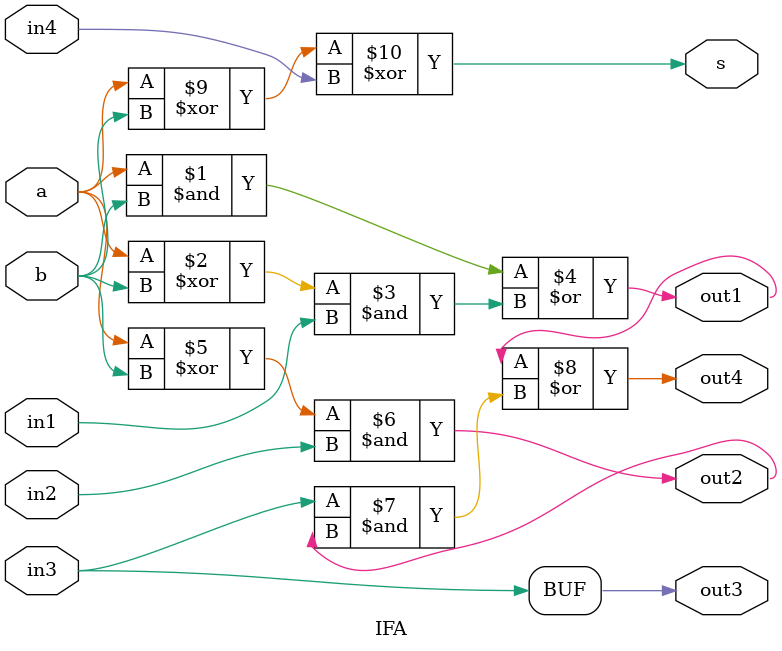
<source format=sv>
module adder_26bit(in1,in2,S,Cout);

input [25:0]in1,in2;
output [25:0]S;
output Cout;

logic [25:0]out1,out2,out3;
logic [24:0]out4;

IHA bit0(in1[0],in2[0],1'b0,out1[0],out2[0],out3[0],out4[0],S[0]);
IFA bit1(in1[1],in2[1],out1[0],out2[0],out3[0],out4[0],out1[1],out2[1],out3[1],out4[1],S[1]);
IFA bit2(in1[2],in2[2],out1[1],out2[1],out3[1],out4[1],out1[2],out2[2],out3[2],out4[2],S[2]);
IFA bit3(in1[3],in2[3],out1[2],out2[2],out3[2],out4[2],out1[3],out2[3],out3[3],out4[3],S[3]);
IFA bit4(in1[4],in2[4],out1[3],out2[3],out3[3],out4[3],out1[4],out2[4],out3[4],out4[4],S[4]);
IFA bit5(in1[5],in2[5],out1[4],out2[4],out3[4],out4[4],out1[5],out2[5],out3[5],out4[5],S[5]);
IFA bit6(in1[6],in2[6],out1[5],out2[5],out3[5],out4[5],out1[6],out2[6],out3[6],out4[6],S[6]);
IFA bit7(in1[7],in2[7],out1[6],out2[6],out3[6],out4[6],out1[7],out2[7],out3[7],out4[7],S[7]);
IFA bit8(in1[8],in2[8],out1[7],out2[7],out3[7],out4[7],out1[8],out2[8],out3[8],out4[8],S[8]);
IFA bit9(in1[9],in2[9],out1[8],out2[8],out3[8],out4[8],out1[9],out2[9],out3[9],out4[9],S[9]);
IFA bit10(in1[10],in2[10],out1[9],out2[9],out3[9],out4[9],out1[10],out2[10],out3[10],out4[10],S[10]);
IFA bit11(in1[11],in2[11],out1[10],out2[10],out3[10],out4[10],out1[11],out2[11],out3[11],out4[11],S[11]);
IFA bit12(in1[12],in2[12],out1[11],out2[11],out3[11],out4[11],out1[12],out2[12],out3[12],out4[12],S[12]);
IFA bit13(in1[13],in2[13],out1[12],out2[12],out3[12],out4[12],out1[13],out2[13],out3[13],out4[13],S[13]);
IFA bit14(in1[14],in2[14],out1[13],out2[13],out3[13],out4[13],out1[14],out2[14],out3[14],out4[14],S[14]);
IFA bit15(in1[15],in2[15],out1[14],out2[14],out3[14],out4[14],out1[15],out2[15],out3[15],out4[15],S[15]);
IFA bit16(in1[16],in2[16],out1[15],out2[15],out3[15],out4[15],out1[16],out2[16],out3[16],out4[16],S[16]);
IFA bit17(in1[17],in2[17],out1[16],out2[16],out3[16],out4[16],out1[17],out2[17],out3[17],out4[17],S[17]);
IFA bit18(in1[18],in2[18],out1[17],out2[17],out3[17],out4[17],out1[18],out2[18],out3[18],out4[18],S[18]);
IFA bit19(in1[19],in2[19],out1[18],out2[18],out3[18],out4[18],out1[19],out2[19],out3[19],out4[19],S[19]);
IFA bit20(in1[20],in2[20],out1[19],out2[19],out3[19],out4[19],out1[20],out2[20],out3[20],out4[20],S[20]);
IFA bit21(in1[21],in2[21],out1[20],out2[20],out3[20],out4[20],out1[21],out2[21],out3[21],out4[21],S[21]);
IFA bit22(in1[22],in2[22],out1[21],out2[21],out3[21],out4[21],out1[22],out2[22],out3[22],out4[22],S[22]);
IFA bit23(in1[23],in2[23],out1[22],out2[22],out3[22],out4[22],out1[23],out2[23],out3[23],out4[23],S[23]);
IFA bit24(in1[24],in2[24],out1[23],out2[23],out3[23],out4[23],out1[24],out2[24],out3[24],out4[24],S[24]);
IFA bit25(in1[25],in2[25],out1[24],out2[24],out3[24],out4[24],out1[25],out2[25],out3[25],Cout,S[25]);

endmodule



//adder 25 bit

module adder_25bit(in1,in2,S,Cout);

input [24:0]in1,in2;
output [24:0]S;
output Cout;

logic [24:0]out1,out2,out3;
logic [23:0]out4;

IHA bit0(in1[0],in2[0],1'b0,out1[0],out2[0],out3[0],out4[0],S[0]);
IFA bit1(in1[1],in2[1],out1[0],out2[0],out3[0],out4[0],out1[1],out2[1],out3[1],out4[1],S[1]);
IFA bit2(in1[2],in2[2],out1[1],out2[1],out3[1],out4[1],out1[2],out2[2],out3[2],out4[2],S[2]);
IFA bit3(in1[3],in2[3],out1[2],out2[2],out3[2],out4[2],out1[3],out2[3],out3[3],out4[3],S[3]);
IFA bit4(in1[4],in2[4],out1[3],out2[3],out3[3],out4[3],out1[4],out2[4],out3[4],out4[4],S[4]);
IFA bit5(in1[5],in2[5],out1[4],out2[4],out3[4],out4[4],out1[5],out2[5],out3[5],out4[5],S[5]);
IFA bit6(in1[6],in2[6],out1[5],out2[5],out3[5],out4[5],out1[6],out2[6],out3[6],out4[6],S[6]);
IFA bit7(in1[7],in2[7],out1[6],out2[6],out3[6],out4[6],out1[7],out2[7],out3[7],out4[7],S[7]);
IFA bit8(in1[8],in2[8],out1[7],out2[7],out3[7],out4[7],out1[8],out2[8],out3[8],out4[8],S[8]);
IFA bit9(in1[9],in2[9],out1[8],out2[8],out3[8],out4[8],out1[9],out2[9],out3[9],out4[9],S[9]);
IFA bit10(in1[10],in2[10],out1[9],out2[9],out3[9],out4[9],out1[10],out2[10],out3[10],out4[10],S[10]);
IFA bit11(in1[11],in2[11],out1[10],out2[10],out3[10],out4[10],out1[11],out2[11],out3[11],out4[11],S[11]);
IFA bit12(in1[12],in2[12],out1[11],out2[11],out3[11],out4[11],out1[12],out2[12],out3[12],out4[12],S[12]);
IFA bit13(in1[13],in2[13],out1[12],out2[12],out3[12],out4[12],out1[13],out2[13],out3[13],out4[13],S[13]);
IFA bit14(in1[14],in2[14],out1[13],out2[13],out3[13],out4[13],out1[14],out2[14],out3[14],out4[14],S[14]);
IFA bit15(in1[15],in2[15],out1[14],out2[14],out3[14],out4[14],out1[15],out2[15],out3[15],out4[15],S[15]);
IFA bit16(in1[16],in2[16],out1[15],out2[15],out3[15],out4[15],out1[16],out2[16],out3[16],out4[16],S[16]);
IFA bit17(in1[17],in2[17],out1[16],out2[16],out3[16],out4[16],out1[17],out2[17],out3[17],out4[17],S[17]);
IFA bit18(in1[18],in2[18],out1[17],out2[17],out3[17],out4[17],out1[18],out2[18],out3[18],out4[18],S[18]);
IFA bit19(in1[19],in2[19],out1[18],out2[18],out3[18],out4[18],out1[19],out2[19],out3[19],out4[19],S[19]);
IFA bit20(in1[20],in2[20],out1[19],out2[19],out3[19],out4[19],out1[20],out2[20],out3[20],out4[20],S[20]);
IFA bit21(in1[21],in2[21],out1[20],out2[20],out3[20],out4[20],out1[21],out2[21],out3[21],out4[21],S[21]);
IFA bit22(in1[22],in2[22],out1[21],out2[21],out3[21],out4[21],out1[22],out2[22],out3[22],out4[22],S[22]);
IFA bit23(in1[23],in2[23],out1[22],out2[22],out3[22],out4[22],out1[23],out2[23],out3[23],out4[23],S[23]);
IFA bit24(in1[24],in2[24],out1[23],out2[23],out3[23],out4[23],out1[24],out2[24],out3[24],Cout,S[24]);

endmodule
// adđer 9bit

module adder_9bit(in1,in2,S,Cout);

input [8:0]in1,in2;
output [8:0]S;
output Cout;

logic [8:0]out1,out2,out3;
logic [7:0]out4;

IHA bit0(in1[0],in2[0],1'b0,out1[0],out2[0],out3[0],out4[0],S[0]);
IFA bit1(in1[1],in2[1],out1[0],out2[0],out3[0],out4[0],out1[1],out2[1],out3[1],out4[1],S[1]);
IFA bit2(in1[2],in2[2],out1[1],out2[1],out3[1],out4[1],out1[2],out2[2],out3[2],out4[2],S[2]);
IFA bit3(in1[3],in2[3],out1[2],out2[2],out3[2],out4[2],out1[3],out2[3],out3[3],out4[3],S[3]);
IFA bit4(in1[4],in2[4],out1[3],out2[3],out3[3],out4[3],out1[4],out2[4],out3[4],out4[4],S[4]);
IFA bit5(in1[5],in2[5],out1[4],out2[4],out3[4],out4[4],out1[5],out2[5],out3[5],out4[5],S[5]);
IFA bit6(in1[6],in2[6],out1[5],out2[5],out3[5],out4[5],out1[6],out2[6],out3[6],out4[6],S[6]);
IFA bit7(in1[7],in2[7],out1[6],out2[6],out3[6],out4[6],out1[7],out2[7],out3[7],out4[7],S[7]);
IFA bit8(in1[8],in2[8],out1[7],out2[7],out3[7],out4[7],out1[8],out2[8],out3[8],Cout,S[8]);

endmodule



/////////////


// adder 8bit
// Su dung de compare exponent cua 2 so floating point
//Neu so nao nho hon thi dich phai cho den khi exponent bang nhau
module adder_8bit(in1,in2,S,Cout);

input [7:0]in1,in2;
output [7:0]S;
output Cout;

logic [7:0]out1,out2,out3;
logic [6:0]out4;

IHA bit0(in1[0],in2[0],1'b0,out1[0],out2[0],out3[0],out4[0],S[0]);
IFA bit1(in1[1],in2[1],out1[0],out2[0],out3[0],out4[0],out1[1],out2[1],out3[1],out4[1],S[1]);
IFA bit2(in1[2],in2[2],out1[1],out2[1],out3[1],out4[1],out1[2],out2[2],out3[2],out4[2],S[2]);
IFA bit3(in1[3],in2[3],out1[2],out2[2],out3[2],out4[2],out1[3],out2[3],out3[3],out4[3],S[3]);
IFA bit4(in1[4],in2[4],out1[3],out2[3],out3[3],out4[3],out1[4],out2[4],out3[4],out4[4],S[4]);
IFA bit5(in1[5],in2[5],out1[4],out2[4],out3[4],out4[4],out1[5],out2[5],out3[5],out4[5],S[5]);
IFA bit6(in1[6],in2[6],out1[5],out2[5],out3[5],out4[5],out1[6],out2[6],out3[6],out4[6],S[6]);
IFA bit7(in1[7],in2[7],out1[6],out2[6],out3[6],out4[6],out1[7],out2[7],out3[7],Cout,S[7]);

endmodule



///////10 bit
module adder_10bit(in1,in2,S,Cout);

input [9:0]in1,in2;
output [9:0]S;
output Cout;

logic [9:0]out1,out2,out3;
logic [8:0]out4;

IHA bit0(in1[0],in2[0],1'b0,out1[0],out2[0],out3[0],out4[0],S[0]);
IFA bit1(in1[1],in2[1],out1[0],out2[0],out3[0],out4[0],out1[1],out2[1],out3[1],out4[1],S[1]);
IFA bit2(in1[2],in2[2],out1[1],out2[1],out3[1],out4[1],out1[2],out2[2],out3[2],out4[2],S[2]);
IFA bit3(in1[3],in2[3],out1[2],out2[2],out3[2],out4[2],out1[3],out2[3],out3[3],out4[3],S[3]);
IFA bit4(in1[4],in2[4],out1[3],out2[3],out3[3],out4[3],out1[4],out2[4],out3[4],out4[4],S[4]);
IFA bit5(in1[5],in2[5],out1[4],out2[4],out3[4],out4[4],out1[5],out2[5],out3[5],out4[5],S[5]);
IFA bit6(in1[6],in2[6],out1[5],out2[5],out3[5],out4[5],out1[6],out2[6],out3[6],out4[6],S[6]);
IFA bit7(in1[7],in2[7],out1[6],out2[6],out3[6],out4[6],out1[7],out2[7],out3[7],out4[7],S[7]);
IFA bit8(in1[8],in2[8],out1[7],out2[7],out3[7],out4[7],out1[8],out2[8],out3[8],out4[8],S[8]);
IFA bit9(in1[9],in2[9],out1[8],out2[8],out3[8],out4[8],out1[9],out2[9],out3[9],Cout,S[9]);

endmodule

///////////////////////IHA///////////////////
module IHA(a,b,cin,out1,out2,out3,out4,s);

input a,b,cin;
output out1, out2, out4,s,out3;

assign out1 = a & b;
assign out2 = a ^ b;
assign out4 = out1 | (out2 & cin);
assign s = out2 ^ cin;
assign out3 = cin;

endmodule

/////////////////////IFA///////////////////

module IFA(a,b,in1, in2, in3, in4, out1, out2, out3,out4, s);

input a,b, in1, in2, in3, in4;
output out1, out2, out3, out4, s;

assign out1 = (a &b)|((a^b)&in1);
assign out2 = (a^b)&(in2);
assign out3 = in3;
assign out4 = (out1)|(in3&out2);
assign s = (a^b)^in4;

endmodule


</source>
